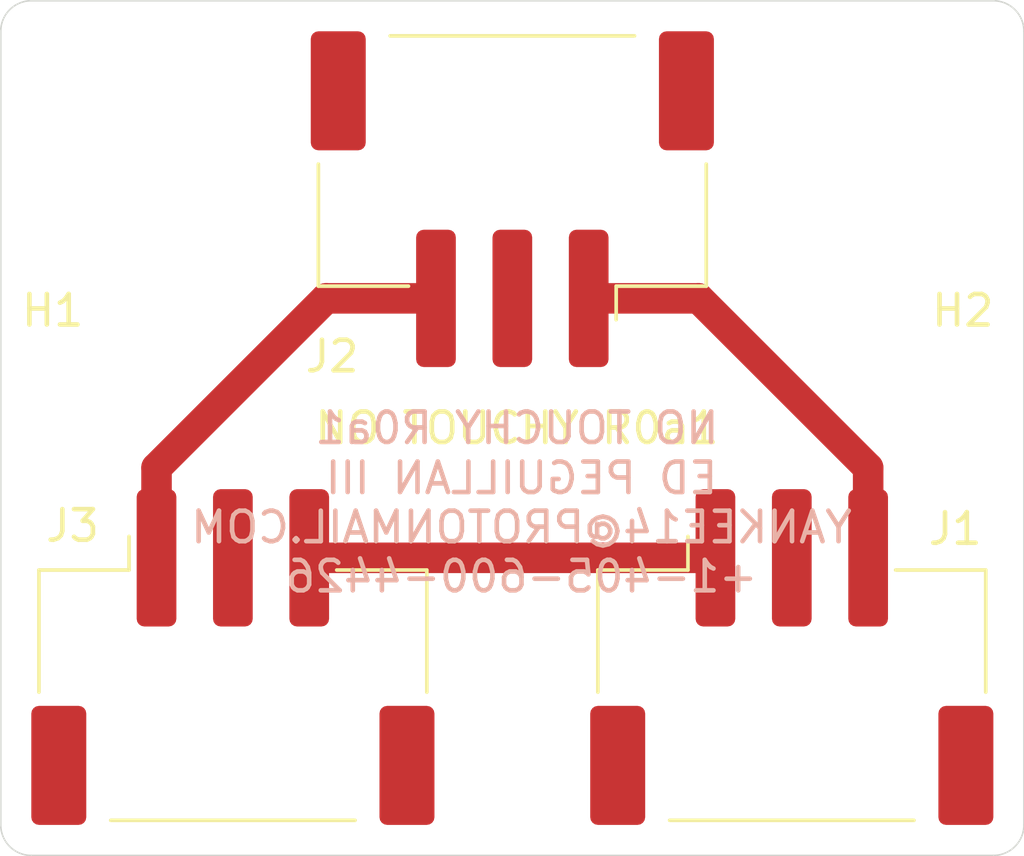
<source format=kicad_pcb>
(kicad_pcb (version 20171130) (host pcbnew 5.1.6+dfsg1-1)

  (general
    (thickness 1.6)
    (drawings 11)
    (tracks 7)
    (zones 0)
    (modules 5)
    (nets 7)
  )

  (page A4)
  (layers
    (0 F.Cu signal)
    (31 B.Cu signal)
    (32 B.Adhes user)
    (33 F.Adhes user)
    (34 B.Paste user)
    (35 F.Paste user)
    (36 B.SilkS user)
    (37 F.SilkS user)
    (38 B.Mask user)
    (39 F.Mask user)
    (40 Dwgs.User user)
    (41 Cmts.User user)
    (42 Eco1.User user)
    (43 Eco2.User user)
    (44 Edge.Cuts user)
    (45 Margin user)
    (46 B.CrtYd user)
    (47 F.CrtYd user)
    (48 B.Fab user hide)
    (49 F.Fab user hide)
  )

  (setup
    (last_trace_width 1)
    (user_trace_width 1)
    (user_trace_width 10)
    (trace_clearance 0.2)
    (zone_clearance 0.508)
    (zone_45_only no)
    (trace_min 0.1524)
    (via_size 0.8)
    (via_drill 0.4)
    (via_min_size 0.508)
    (via_min_drill 0.254)
    (uvia_size 0.3)
    (uvia_drill 0.1)
    (uvias_allowed no)
    (uvia_min_size 0.2)
    (uvia_min_drill 0.1)
    (edge_width 0.05)
    (segment_width 0.2)
    (pcb_text_width 0.3)
    (pcb_text_size 1.5 1.5)
    (mod_edge_width 0.12)
    (mod_text_size 1 1)
    (mod_text_width 0.15)
    (pad_size 1.524 1.524)
    (pad_drill 0.762)
    (pad_to_mask_clearance 0.05)
    (aux_axis_origin 0 0)
    (visible_elements FFFFFF7F)
    (pcbplotparams
      (layerselection 0x010f0_ffffffff)
      (usegerberextensions true)
      (usegerberattributes false)
      (usegerberadvancedattributes false)
      (creategerberjobfile true)
      (excludeedgelayer true)
      (linewidth 0.100000)
      (plotframeref false)
      (viasonmask false)
      (mode 1)
      (useauxorigin false)
      (hpglpennumber 1)
      (hpglpenspeed 20)
      (hpglpendiameter 15.000000)
      (psnegative false)
      (psa4output false)
      (plotreference true)
      (plotvalue true)
      (plotinvisibletext false)
      (padsonsilk false)
      (subtractmaskfromsilk false)
      (outputformat 1)
      (mirror false)
      (drillshape 0)
      (scaleselection 1)
      (outputdirectory "./cam"))
  )

  (net 0 "")
  (net 1 "Net-(J1-Pad3)")
  (net 2 "Net-(J1-Pad2)")
  (net 3 "Net-(J1-Pad1)")
  (net 4 "Net-(J2-Pad2)")
  (net 5 "Net-(J2-Pad3)")
  (net 6 "Net-(J3-Pad2)")

  (net_class Default "This is the default net class."
    (clearance 0.2)
    (trace_width 0.25)
    (via_dia 0.8)
    (via_drill 0.4)
    (uvia_dia 0.3)
    (uvia_drill 0.1)
    (add_net "Net-(J1-Pad1)")
    (add_net "Net-(J1-Pad2)")
    (add_net "Net-(J1-Pad3)")
    (add_net "Net-(J2-Pad2)")
    (add_net "Net-(J2-Pad3)")
    (add_net "Net-(J3-Pad2)")
  )

  (module Connector_JST:JST_XH_S3B-XH-SM4_1x03_P2.50mm_Horizontal (layer F.Cu) (tedit 5F4C0037) (tstamp 5F4CDE66)
    (at 136.6 111.1)
    (descr "JST XH series connector, S3B-XH-SM4 (http://www.jst-mfg.com/product/pdf/eng/eXH.pdf)")
    (tags "connector JST XH horizontal")
    (path /5F4EB774)
    (attr smd)
    (fp_text reference J3 (at -5.25 -5.55) (layer F.SilkS)
      (effects (font (size 1 1) (thickness 0.15)))
    )
    (fp_text value Conn_01x03 (at 0 5.15) (layer F.Fab)
      (effects (font (size 1 1) (thickness 0.15)))
    )
    (fp_line (start 3.4 -4.1) (end 6.35 -4.1) (layer F.SilkS) (width 0.12))
    (fp_line (start 6.35 -4.1) (end 6.35 -0.1) (layer F.SilkS) (width 0.12))
    (fp_line (start -3.4 -4.1) (end -3.4 -5.2) (layer F.SilkS) (width 0.12))
    (fp_line (start -6.35 -4.1) (end -3.4 -4.1) (layer F.SilkS) (width 0.12))
    (fp_line (start -7.1 -7.25) (end -7.1 4.75) (layer F.CrtYd) (width 0.05))
    (fp_line (start -7.1 4.75) (end 7.1 4.75) (layer F.CrtYd) (width 0.05))
    (fp_line (start 7.1 4.75) (end 7.1 -7.25) (layer F.CrtYd) (width 0.05))
    (fp_line (start 7.1 -7.25) (end -7.1 -7.25) (layer F.CrtYd) (width 0.05))
    (fp_line (start -1.875 -5.5) (end -2.5 -4.5) (layer F.Fab) (width 0.1))
    (fp_line (start -2.5 -4.5) (end -3.125 -5.5) (layer F.Fab) (width 0.1))
    (fp_line (start -6.25 -4) (end 6.25 -4) (layer F.Fab) (width 0.1))
    (fp_line (start 6.25 -4) (end 6.25 4) (layer F.Fab) (width 0.1))
    (fp_line (start -6.25 4) (end 6.25 4) (layer F.Fab) (width 0.1))
    (fp_line (start -6.25 -4) (end -6.25 4) (layer F.Fab) (width 0.1))
    (fp_line (start -6.35 -4.1) (end -6.35 -0.1) (layer F.SilkS) (width 0.12))
    (fp_line (start -4 4.1) (end 4 4.1) (layer F.SilkS) (width 0.12))
    (fp_text user %R (at 0 0) (layer F.Fab)
      (effects (font (size 1 1) (thickness 0.15)))
    )
    (pad MP smd roundrect (at 5.7 2.3) (size 1.8 3.9) (layers F.Cu F.Paste F.Mask) (roundrect_rratio 0.139))
    (pad 3 smd roundrect (at 2.5 -4.5) (size 1.3 4.5) (layers F.Cu F.Paste F.Mask) (roundrect_rratio 0.192)
      (net 3 "Net-(J1-Pad1)"))
    (pad 2 smd roundrect (at 0 -4.5) (size 1.3 4.5) (layers F.Cu F.Paste F.Mask) (roundrect_rratio 0.192)
      (net 6 "Net-(J3-Pad2)"))
    (pad 1 smd roundrect (at -2.5 -4.5) (size 1.3 4.5) (layers F.Cu F.Paste F.Mask) (roundrect_rratio 0.192)
      (net 5 "Net-(J2-Pad3)"))
    (pad MP smd roundrect (at -5.7 2.3) (size 1.8 3.9) (layers F.Cu F.Paste F.Mask) (roundrect_rratio 0.139))
    (model ${KISYS3DMOD}/Connector_JST.3dshapes/S3B-XH-SM4-TB.STEP
      (offset (xyz 0 1 0))
      (scale (xyz 1 1 1))
      (rotate (xyz -90 0 0))
    )
  )

  (module Connector_JST:JST_XH_S3B-XH-SM4_1x03_P2.50mm_Horizontal (layer F.Cu) (tedit 5F4C0037) (tstamp 5F4CE42A)
    (at 145.75 93.6 180)
    (descr "JST XH series connector, S3B-XH-SM4 (http://www.jst-mfg.com/product/pdf/eng/eXH.pdf)")
    (tags "connector JST XH horizontal")
    (path /5F4EA832)
    (attr smd)
    (fp_text reference J2 (at 5.9 -6.4) (layer F.SilkS)
      (effects (font (size 1 1) (thickness 0.15)))
    )
    (fp_text value Conn_01x03 (at 0 5.15) (layer F.Fab)
      (effects (font (size 1 1) (thickness 0.15)))
    )
    (fp_text user %R (at 0 0) (layer F.Fab)
      (effects (font (size 1 1) (thickness 0.15)))
    )
    (fp_line (start -4 4.1) (end 4 4.1) (layer F.SilkS) (width 0.12))
    (fp_line (start -6.35 -4.1) (end -6.35 -0.1) (layer F.SilkS) (width 0.12))
    (fp_line (start -6.25 -4) (end -6.25 4) (layer F.Fab) (width 0.1))
    (fp_line (start -6.25 4) (end 6.25 4) (layer F.Fab) (width 0.1))
    (fp_line (start 6.25 -4) (end 6.25 4) (layer F.Fab) (width 0.1))
    (fp_line (start -6.25 -4) (end 6.25 -4) (layer F.Fab) (width 0.1))
    (fp_line (start -2.5 -4.5) (end -3.125 -5.5) (layer F.Fab) (width 0.1))
    (fp_line (start -1.875 -5.5) (end -2.5 -4.5) (layer F.Fab) (width 0.1))
    (fp_line (start 7.1 -7.25) (end -7.1 -7.25) (layer F.CrtYd) (width 0.05))
    (fp_line (start 7.1 4.75) (end 7.1 -7.25) (layer F.CrtYd) (width 0.05))
    (fp_line (start -7.1 4.75) (end 7.1 4.75) (layer F.CrtYd) (width 0.05))
    (fp_line (start -7.1 -7.25) (end -7.1 4.75) (layer F.CrtYd) (width 0.05))
    (fp_line (start -6.35 -4.1) (end -3.4 -4.1) (layer F.SilkS) (width 0.12))
    (fp_line (start -3.4 -4.1) (end -3.4 -5.2) (layer F.SilkS) (width 0.12))
    (fp_line (start 6.35 -4.1) (end 6.35 -0.1) (layer F.SilkS) (width 0.12))
    (fp_line (start 3.4 -4.1) (end 6.35 -4.1) (layer F.SilkS) (width 0.12))
    (pad MP smd roundrect (at -5.7 2.3 180) (size 1.8 3.9) (layers F.Cu F.Paste F.Mask) (roundrect_rratio 0.139))
    (pad 1 smd roundrect (at -2.5 -4.5 180) (size 1.3 4.5) (layers F.Cu F.Paste F.Mask) (roundrect_rratio 0.192)
      (net 1 "Net-(J1-Pad3)"))
    (pad 2 smd roundrect (at 0 -4.5 180) (size 1.3 4.5) (layers F.Cu F.Paste F.Mask) (roundrect_rratio 0.192)
      (net 4 "Net-(J2-Pad2)"))
    (pad 3 smd roundrect (at 2.5 -4.5 180) (size 1.3 4.5) (layers F.Cu F.Paste F.Mask) (roundrect_rratio 0.192)
      (net 5 "Net-(J2-Pad3)"))
    (pad MP smd roundrect (at 5.7 2.3 180) (size 1.8 3.9) (layers F.Cu F.Paste F.Mask) (roundrect_rratio 0.139))
    (model ${KISYS3DMOD}/Connector_JST.3dshapes/S3B-XH-SM4-TB.STEP
      (offset (xyz 0 1 0))
      (scale (xyz 1 1 1))
      (rotate (xyz -90 0 0))
    )
  )

  (module Connector_JST:JST_XH_S3B-XH-SM4_1x03_P2.50mm_Horizontal (layer F.Cu) (tedit 5F4C0037) (tstamp 5F4CDE9A)
    (at 154.9 111.1)
    (descr "JST XH series connector, S3B-XH-SM4 (http://www.jst-mfg.com/product/pdf/eng/eXH.pdf)")
    (tags "connector JST XH horizontal")
    (path /5F4E9431)
    (attr smd)
    (fp_text reference J1 (at 5.35 -5.45) (layer F.SilkS)
      (effects (font (size 1 1) (thickness 0.15)))
    )
    (fp_text value Conn_01x03 (at 0 5.15) (layer F.Fab)
      (effects (font (size 1 1) (thickness 0.15)))
    )
    (fp_line (start 3.4 -4.1) (end 6.35 -4.1) (layer F.SilkS) (width 0.12))
    (fp_line (start 6.35 -4.1) (end 6.35 -0.1) (layer F.SilkS) (width 0.12))
    (fp_line (start -3.4 -4.1) (end -3.4 -5.2) (layer F.SilkS) (width 0.12))
    (fp_line (start -6.35 -4.1) (end -3.4 -4.1) (layer F.SilkS) (width 0.12))
    (fp_line (start -7.1 -7.25) (end -7.1 4.75) (layer F.CrtYd) (width 0.05))
    (fp_line (start -7.1 4.75) (end 7.1 4.75) (layer F.CrtYd) (width 0.05))
    (fp_line (start 7.1 4.75) (end 7.1 -7.25) (layer F.CrtYd) (width 0.05))
    (fp_line (start 7.1 -7.25) (end -7.1 -7.25) (layer F.CrtYd) (width 0.05))
    (fp_line (start -1.875 -5.5) (end -2.5 -4.5) (layer F.Fab) (width 0.1))
    (fp_line (start -2.5 -4.5) (end -3.125 -5.5) (layer F.Fab) (width 0.1))
    (fp_line (start -6.25 -4) (end 6.25 -4) (layer F.Fab) (width 0.1))
    (fp_line (start 6.25 -4) (end 6.25 4) (layer F.Fab) (width 0.1))
    (fp_line (start -6.25 4) (end 6.25 4) (layer F.Fab) (width 0.1))
    (fp_line (start -6.25 -4) (end -6.25 4) (layer F.Fab) (width 0.1))
    (fp_line (start -6.35 -4.1) (end -6.35 -0.1) (layer F.SilkS) (width 0.12))
    (fp_line (start -4 4.1) (end 4 4.1) (layer F.SilkS) (width 0.12))
    (fp_text user %R (at 0 0) (layer F.Fab)
      (effects (font (size 1 1) (thickness 0.15)))
    )
    (pad MP smd roundrect (at 5.7 2.3) (size 1.8 3.9) (layers F.Cu F.Paste F.Mask) (roundrect_rratio 0.139))
    (pad 3 smd roundrect (at 2.5 -4.5) (size 1.3 4.5) (layers F.Cu F.Paste F.Mask) (roundrect_rratio 0.192)
      (net 1 "Net-(J1-Pad3)"))
    (pad 2 smd roundrect (at 0 -4.5) (size 1.3 4.5) (layers F.Cu F.Paste F.Mask) (roundrect_rratio 0.192)
      (net 2 "Net-(J1-Pad2)"))
    (pad 1 smd roundrect (at -2.5 -4.5) (size 1.3 4.5) (layers F.Cu F.Paste F.Mask) (roundrect_rratio 0.192)
      (net 3 "Net-(J1-Pad1)"))
    (pad MP smd roundrect (at -5.7 2.3) (size 1.8 3.9) (layers F.Cu F.Paste F.Mask) (roundrect_rratio 0.139))
    (model ${KISYS3DMOD}/Connector_JST.3dshapes/S3B-XH-SM4-TB.STEP
      (offset (xyz 0 1 0))
      (scale (xyz 1 1 1))
      (rotate (xyz -90 0 0))
    )
  )

  (module MountingHole:MountingHole_4.3mm_M4 (layer F.Cu) (tedit 56D1B4CB) (tstamp 5F4CE802)
    (at 133.75 93.6)
    (descr "Mounting Hole 4.3mm, no annular, M4")
    (tags "mounting hole 4.3mm no annular m4")
    (path /5F516B1A)
    (attr virtual)
    (fp_text reference H1 (at -3.05 4.9) (layer F.SilkS)
      (effects (font (size 1 1) (thickness 0.15)))
    )
    (fp_text value MountingHole (at 0 5.3) (layer F.Fab)
      (effects (font (size 1 1) (thickness 0.15)))
    )
    (fp_text user %R (at 0.3 0) (layer F.Fab)
      (effects (font (size 1 1) (thickness 0.15)))
    )
    (fp_circle (center 0 0) (end 4.3 0) (layer Cmts.User) (width 0.15))
    (fp_circle (center 0 0) (end 4.55 0) (layer F.CrtYd) (width 0.05))
    (pad 1 np_thru_hole circle (at 0 0) (size 4.3 4.3) (drill 4.3) (layers *.Cu *.Mask))
  )

  (module MountingHole:MountingHole_4.3mm_M4 (layer F.Cu) (tedit 56D1B4CB) (tstamp 5F4CE81F)
    (at 157.75 93.6)
    (descr "Mounting Hole 4.3mm, no annular, M4")
    (tags "mounting hole 4.3mm no annular m4")
    (path /5F516275)
    (attr virtual)
    (fp_text reference H2 (at 2.75 4.9) (layer F.SilkS)
      (effects (font (size 1 1) (thickness 0.15)))
    )
    (fp_text value MountingHole (at 0 5.3) (layer F.Fab)
      (effects (font (size 1 1) (thickness 0.15)))
    )
    (fp_circle (center 0 0) (end 4.55 0) (layer F.CrtYd) (width 0.05))
    (fp_circle (center 0 0) (end 4.3 0) (layer Cmts.User) (width 0.15))
    (fp_text user %R (at 0.3 0) (layer F.Fab)
      (effects (font (size 1 1) (thickness 0.15)))
    )
    (pad 1 np_thru_hole circle (at 0 0) (size 4.3 4.3) (drill 4.3) (layers *.Cu *.Mask))
  )

  (gr_text "ED PEGUILLAN III\nYANKEE14@PROTONMAIL.COM\n+1-405-600-4426" (at 146.05 105.6) (layer B.SilkS) (tstamp 5F4CEA3D)
    (effects (font (size 1 1) (thickness 0.15)) (justify mirror))
  )
  (gr_text "NO TOUCHY R0a1" (at 145.9 102.35) (layer B.SilkS) (tstamp 5F4CEA02)
    (effects (font (size 1 1) (thickness 0.15)) (justify mirror))
  )
  (gr_text "NO TOUCHY R0a1" (at 145.9 102.35) (layer F.SilkS)
    (effects (font (size 1 1) (thickness 0.15)))
  )
  (gr_arc (start 161.5 89.35) (end 162.5 89.35) (angle -90) (layer Edge.Cuts) (width 0.05) (tstamp 5F4CE74A))
  (gr_arc (start 161.5 115.35) (end 161.5 116.35) (angle -90) (layer Edge.Cuts) (width 0.05) (tstamp 5F4CE74A))
  (gr_arc (start 130 115.35) (end 129 115.35) (angle -90) (layer Edge.Cuts) (width 0.05) (tstamp 5F4CE74A))
  (gr_arc (start 130 89.35) (end 130 88.35) (angle -90) (layer Edge.Cuts) (width 0.05))
  (gr_line (start 129 89.35) (end 129 115.35) (layer Edge.Cuts) (width 0.05) (tstamp 5F4CE6A4))
  (gr_line (start 161.5 88.35) (end 130 88.35) (layer Edge.Cuts) (width 0.05))
  (gr_line (start 162.5 115.35) (end 162.5 89.35) (layer Edge.Cuts) (width 0.05))
  (gr_line (start 130 116.35) (end 161.5 116.35) (layer Edge.Cuts) (width 0.05))

  (segment (start 151.85 98.1) (end 148.25 98.1) (width 1) (layer F.Cu) (net 1))
  (segment (start 157.4 103.65) (end 151.85 98.1) (width 1) (layer F.Cu) (net 1))
  (segment (start 157.4 106.6) (end 157.4 103.65) (width 1) (layer F.Cu) (net 1))
  (segment (start 139.1 106.6) (end 152.4 106.6) (width 1) (layer F.Cu) (net 3))
  (segment (start 139.65 98.1) (end 143.25 98.1) (width 1) (layer F.Cu) (net 5))
  (segment (start 134.1 103.65) (end 139.65 98.1) (width 1) (layer F.Cu) (net 5))
  (segment (start 134.1 106.6) (end 134.1 103.65) (width 1) (layer F.Cu) (net 5))

)

</source>
